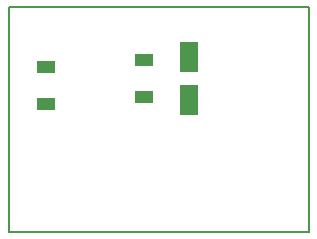
<source format=gbr>
G04 PROTEUS GERBER X2 FILE*
%TF.GenerationSoftware,Labcenter,Proteus,8.6-SP2-Build23525*%
%TF.CreationDate,2017-05-05T12:43:17+00:00*%
%TF.FileFunction,Paste,Top*%
%TF.FilePolarity,Positive*%
%TF.Part,Single*%
%FSLAX45Y45*%
%MOMM*%
G01*
%TA.AperFunction,Material*%
%ADD26R,1.524000X1.016000*%
%ADD27R,1.524000X2.540000*%
%TA.AperFunction,Profile*%
%ADD19C,0.203200*%
%TD.AperFunction*%
D26*
X+1143000Y+1457960D03*
X+1143000Y+1143000D03*
X+317500Y+1397000D03*
X+317500Y+1082040D03*
D27*
X+1524000Y+1483360D03*
X+1524000Y+1122680D03*
D19*
X+0Y+0D02*
X+2540000Y+0D01*
X+2540000Y+1905000D01*
X+0Y+1905000D01*
X+0Y+0D01*
M02*

</source>
